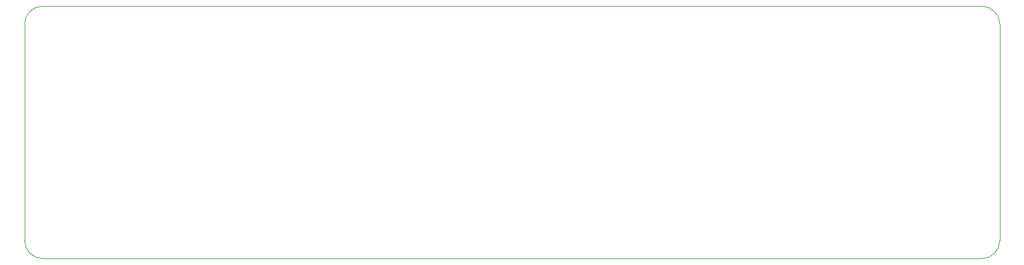
<source format=gbr>
G04 #@! TF.GenerationSoftware,KiCad,Pcbnew,(5.1.4)-1*
G04 #@! TF.CreationDate,2019-09-02T19:22:19+02:00*
G04 #@! TF.ProjectId,DNMS,444e4d53-2e6b-4696-9361-645f70636258,0.9.0*
G04 #@! TF.SameCoordinates,Original*
G04 #@! TF.FileFunction,Profile,NP*
%FSLAX46Y46*%
G04 Gerber Fmt 4.6, Leading zero omitted, Abs format (unit mm)*
G04 Created by KiCad (PCBNEW (5.1.4)-1) date 2019-09-02 19:22:19*
%MOMM*%
%LPD*%
G04 APERTURE LIST*
%ADD10C,0.050000*%
G04 APERTURE END LIST*
D10*
X60960000Y-58420000D02*
X60960000Y-88900000D01*
X198120000Y-58420000D02*
X198120000Y-88900000D01*
X195580000Y-91440000D02*
X63500000Y-91440000D01*
X63500000Y-55880000D02*
X195580000Y-55880000D01*
X60960000Y-58420000D02*
G75*
G02X63500000Y-55880000I2540000J0D01*
G01*
X63500000Y-91440000D02*
G75*
G02X60960000Y-88900000I0J2540000D01*
G01*
X198120000Y-88900000D02*
G75*
G02X195580000Y-91440000I-2540000J0D01*
G01*
X195580000Y-55880000D02*
G75*
G02X198120000Y-58420000I0J-2540000D01*
G01*
M02*

</source>
